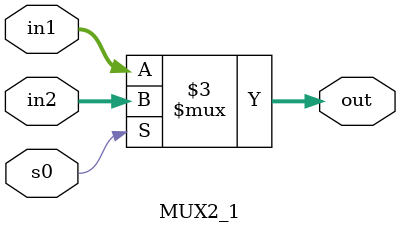
<source format=v>
`timescale 1ns / 1ps
module MUX2_1(
    input [7:0] in1,
    input [7:0] in2,
    input s0,
    output reg [7:0] out
    ); 

    always @(in1 or in2 or s0) begin
	   if (s0) out <= in2; 
		else out <= in1; 
	 end


endmodule

</source>
